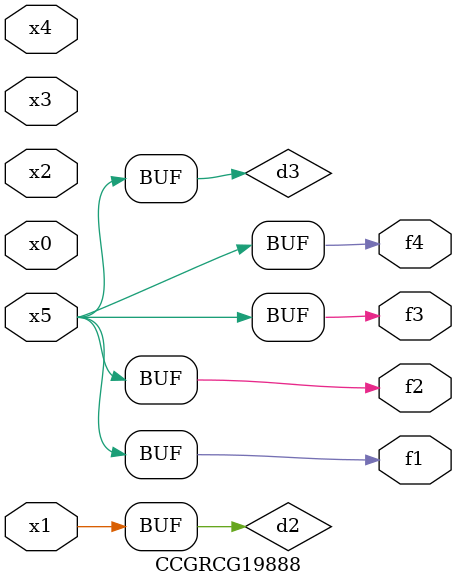
<source format=v>
module CCGRCG19888(
	input x0, x1, x2, x3, x4, x5,
	output f1, f2, f3, f4
);

	wire d1, d2, d3;

	not (d1, x5);
	or (d2, x1);
	xnor (d3, d1);
	assign f1 = d3;
	assign f2 = d3;
	assign f3 = d3;
	assign f4 = d3;
endmodule

</source>
